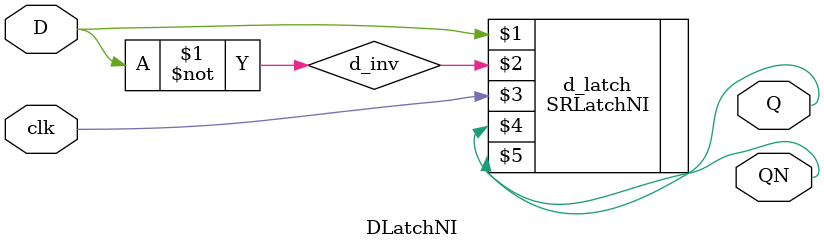
<source format=v>
`include "SRLatchNI.v"
`timescale 1ns/1ns


module DLatchNI (input D, clk, output Q, QN);
    wire d_inv;
    not (d_inv, D);
    SRLatchNI d_latch(D, d_inv, clk, Q, QN);
endmodule


</source>
